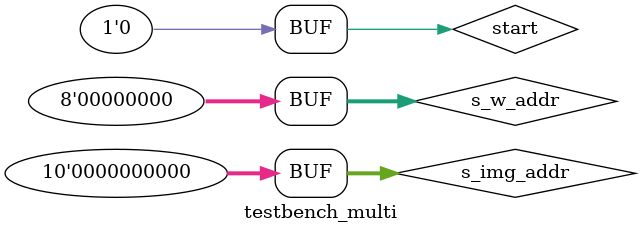
<source format=v>
`timescale 1ns / 1ps

module testbench_multi();
reg[9:0] s_img_addr;
reg[7:0] s_w_addr;
reg start;
wire clk;
wire[9:0] img_addr;
wire[7:0] w_addr;
wire d_ena;
wire[7:0] img_data;
wire[7:0] w_data;
wire[23:0] calc_data;
wire done;
clock_gen Clock_gen(clk);
    
multi_controller MC(
    .start(start),          //start
    .clk(clk),            // clk
    .s_img_addr(s_img_addr),// start address
    .s_w_addr(s_w_addr),  // start address
    .img_data(img_data),  // data from ram
    .w_data(w_data),    // data from ram
    .img_addr(img_addr),
    .w_addr(w_addr), // address for ram
    .d_ena(d_ena),         // data_ena for ram
    .calc_data(calc_data), // calculated data
    .done(done)        // don Flag
  
  );  
    
img_x img(
  .clkb(clk),    // input wire clkb
  .enb(d_ena),      // input wire enb
  .addrb(img_addr),  // input wire [9 : 0] addrb
  .doutb(img_data)  // output wire [7 : 0] doutb
);
weight_w weight(
  .clkb(clk),    // input wire clkb
  .enb(d_ena),      // input wire enb
  .addrb(w_addr),  // input wire [9 : 0] addrb
  .doutb(w_data)  // output wire [7 : 0] doutb
);

initial begin
#100;

start =0;
#125;
s_img_addr = 10'b0000000000;
s_w_addr = 8'b00000000;
start =1;
#50;
start =0;
end
endmodule

</source>
